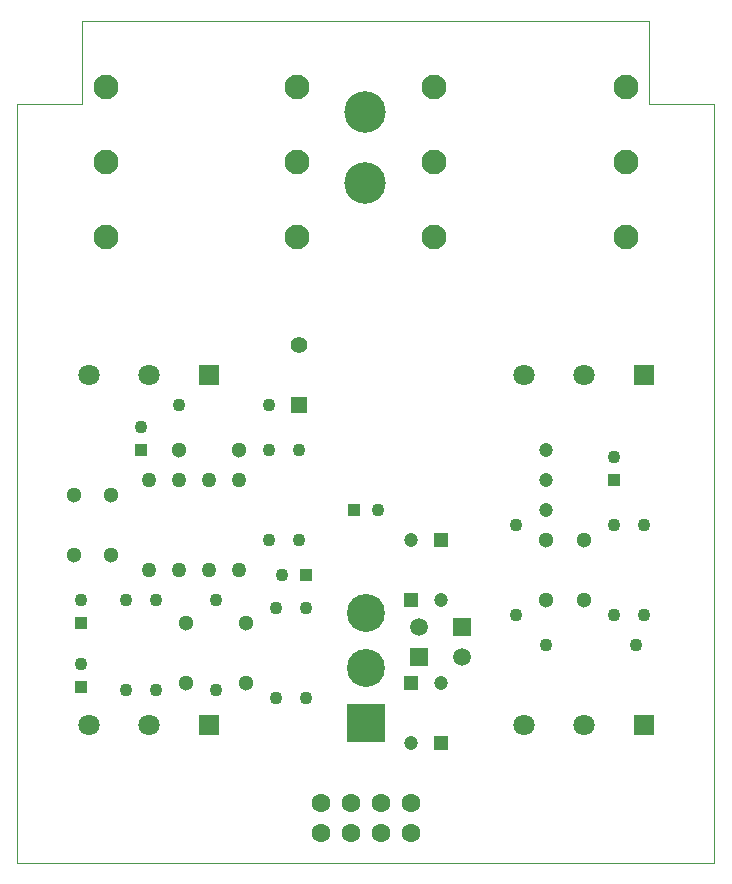
<source format=gbs>
G75*
%MOIN*%
%OFA0B0*%
%FSLAX25Y25*%
%IPPOS*%
%LPD*%
%AMOC8*
5,1,8,0,0,1.08239X$1,22.5*
%
%ADD10C,0.08268*%
%ADD11C,0.05512*%
%ADD12R,0.05512X0.05512*%
%ADD13R,0.07087X0.07087*%
%ADD14C,0.07087*%
%ADD15R,0.04331X0.04331*%
%ADD16C,0.04331*%
%ADD17C,0.13843*%
%ADD18C,0.06299*%
%ADD19C,0.05118*%
%ADD20C,0.00000*%
%ADD21C,0.05000*%
%ADD22C,0.04724*%
%ADD23R,0.04724X0.04724*%
%ADD24R,0.12661X0.12661*%
%ADD25C,0.12661*%
%ADD26C,0.05906*%
%ADD27R,0.05906X0.05906*%
D10*
X0034425Y0215413D03*
X0034425Y0240413D03*
X0034425Y0265413D03*
X0098323Y0265413D03*
X0098323Y0240413D03*
X0098323Y0215413D03*
X0143801Y0215350D03*
X0143801Y0240350D03*
X0143801Y0265350D03*
X0207699Y0265350D03*
X0207699Y0240350D03*
X0207699Y0215350D03*
D11*
X0098750Y0179100D03*
D12*
X0098750Y0159100D03*
D13*
X0068750Y0169163D03*
X0068750Y0052663D03*
X0213750Y0052663D03*
X0213750Y0169163D03*
D14*
X0193750Y0169163D03*
X0173750Y0169163D03*
X0173750Y0052663D03*
X0193750Y0052663D03*
X0048750Y0052663D03*
X0028750Y0052663D03*
X0028750Y0169163D03*
X0048750Y0169163D03*
D15*
X0046250Y0144160D03*
X0026245Y0086420D03*
X0026245Y0065170D03*
X0101190Y0102600D03*
X0117320Y0124105D03*
X0203745Y0134170D03*
D16*
X0203748Y0142030D03*
X0203750Y0119100D03*
X0213750Y0119100D03*
X0213750Y0089100D03*
X0203750Y0089100D03*
X0211250Y0079100D03*
X0181250Y0079100D03*
X0171250Y0089100D03*
X0171250Y0119100D03*
X0125180Y0124102D03*
X0098750Y0114100D03*
X0093310Y0102600D03*
X0091250Y0091600D03*
X0101250Y0091600D03*
X0088750Y0114100D03*
X0071250Y0094100D03*
X0051250Y0094100D03*
X0041250Y0094100D03*
X0026248Y0094280D03*
X0026248Y0073030D03*
X0041250Y0064100D03*
X0051250Y0064100D03*
X0071250Y0064100D03*
X0091250Y0061600D03*
X0101250Y0061600D03*
X0098750Y0144100D03*
X0088750Y0144100D03*
X0088750Y0159100D03*
X0058750Y0159100D03*
X0046250Y0152040D03*
D17*
X0121000Y0233163D03*
X0121000Y0256785D03*
D18*
X0116250Y0026600D03*
X0116250Y0016600D03*
X0106250Y0016600D03*
X0106250Y0026600D03*
X0126250Y0026600D03*
X0126250Y0016600D03*
X0136250Y0016600D03*
X0136250Y0026600D03*
D19*
X0181250Y0094100D03*
X0193750Y0094100D03*
X0193750Y0114100D03*
X0181250Y0114100D03*
X0081250Y0086600D03*
X0081250Y0066600D03*
X0061250Y0066600D03*
X0061250Y0086600D03*
X0036250Y0109100D03*
X0023750Y0109100D03*
X0023750Y0129100D03*
X0036250Y0129100D03*
X0058750Y0144100D03*
X0078750Y0144100D03*
D20*
X0005000Y0006600D02*
X0237283Y0006600D01*
X0237283Y0259631D01*
X0215630Y0259631D01*
X0215630Y0287191D01*
X0026654Y0287191D01*
X0026654Y0259631D01*
X0005000Y0259631D01*
X0005000Y0006600D01*
D21*
X0048750Y0104100D03*
X0058750Y0104100D03*
X0068750Y0104100D03*
X0078750Y0104100D03*
X0078750Y0134100D03*
X0068750Y0134100D03*
X0058750Y0134100D03*
X0048750Y0134100D03*
D22*
X0136250Y0114100D03*
X0146250Y0094100D03*
X0146250Y0066600D03*
X0136250Y0046600D03*
X0181250Y0124100D03*
X0181250Y0134100D03*
X0181250Y0144100D03*
D23*
X0146250Y0114100D03*
X0136250Y0094100D03*
X0136250Y0066600D03*
X0146250Y0046600D03*
D24*
X0121250Y0053350D03*
D25*
X0121250Y0071600D03*
X0121250Y0089750D03*
D26*
X0138750Y0085350D03*
X0153250Y0075350D03*
D27*
X0153250Y0085350D03*
X0138750Y0075350D03*
M02*

</source>
